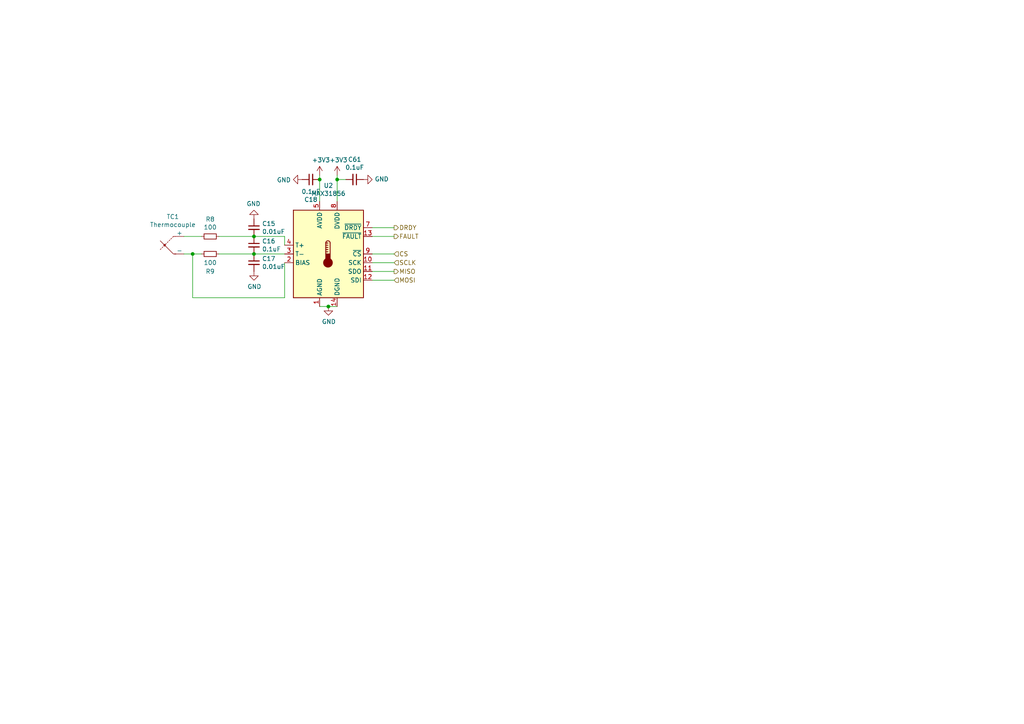
<source format=kicad_sch>
(kicad_sch (version 20230121) (generator eeschema)
  (paper "A4")
  (lib_symbols
    (symbol "Device:C_Small" (pin_numbers hide) (pin_names (offset 0.254) hide)
      (property "Reference" "C" (at 0.254 1.778 0))
      (property "Value" "C_Small" (at 0.254 -2.032 0))
      (symbol "C_Small_0_1"
        (polyline (pts (xy -1.524 -0.508) (xy 1.524 -0.508)) (stroke (width 0.3302)))
        (polyline (pts (xy -1.524 0.508) (xy 1.524 0.508)) (stroke (width 0.3048)))
      )
      (symbol "C_Small_1_1"
        (pin passive line (at 0 2.54 270) (length 2.032) (name "~") (number "1"))
        (pin passive line (at 0 -2.54 90) (length 2.032) (name "~") (number "2"))
      )
    )
    (symbol "Device:R_Small" (pin_numbers hide) (pin_names (offset 0.254) hide)
      (property "Reference" "R" (at 0.762 0.508 0))
      (property "Value" "R_Small" (at 0.762 -1.016 0))
      (symbol "R_Small_0_1"
        (rectangle (start -0.762 1.778) (end 0.762 -1.778) (stroke (width 0.2032)))
      )
      (symbol "R_Small_1_1"
        (pin passive line (at 0 2.54 270) (length 0.762) (name "~") (number "1"))
        (pin passive line (at 0 -2.54 90) (length 0.762) (name "~") (number "2"))
      )
    )
    (symbol "Device:Thermocouple" (pin_numbers hide) (pin_names (offset 0))
      (property "Reference" "TC" (at -3.048 3.81 0))
      (property "Value" "Thermocouple" (at -5.08 -4.064 0))
      (symbol "Thermocouple_0_1"
        (circle (center -3.048 0) (radius 0.254) (fill (type outline)))
        (polyline (pts (xy -4.064 -1.016) (xy -4.318 -1.27)))
        (polyline (pts (xy -3.556 -0.508) (xy -3.81 -0.762)))
        (polyline (pts (xy -3.048 0) (xy -3.302 -0.254)))
        (polyline (pts (xy -2.54 0.508) (xy -2.794 0.254)))
        (polyline (pts (xy -2.032 1.016) (xy -2.286 0.762)))
        (polyline (pts (xy -1.524 1.524) (xy -1.778 1.27)))
        (polyline (pts (xy -1.016 2.032) (xy -1.27 1.778)))
        (polyline (pts (xy -0.508 2.54) (xy -0.762 2.286)))
        (polyline (pts (xy 0 -2.54) (xy -0.254 -2.54)))
        (polyline (pts (xy 0 2.54) (xy -0.508 2.54)))
        (polyline (pts (xy 0.254 -2.54) (xy -0.508 -2.54) (xy -4.318 1.27)))
      )
      (symbol "Thermocouple_1_1"
        (pin passive line (at 2.54 2.54 180) (length 2.54) (name "+") (number "1"))
        (pin passive line (at 2.54 -2.54 180) (length 2.54) (name "-") (number "2"))
      )
    )
    (symbol "Sensor_Temperature:MAX31856"
      (property "Reference" "U" (at -7.62 13.97 0))
      (property "Value" "MAX31856" (at 13.97 13.97 0))
      (symbol "MAX31856_0_1"
        (rectangle (start -10.16 12.7) (end 10.16 -12.7) (stroke (width 0.254)) (fill (type background)))
        (circle (center -0.127 -2.54) (radius 1.27) (stroke (width 0.254)) (fill (type outline)))
        (polyline (pts (xy -0.762 0.635) (xy -0.127 0.635)) (stroke (width 0.254)))
        (polyline (pts (xy -0.762 1.27) (xy -0.127 1.27)) (stroke (width 0.254)))
        (polyline (pts (xy -0.762 1.905) (xy -0.127 1.905)) (stroke (width 0.254)))
        (polyline (pts (xy -0.762 2.54) (xy -0.127 2.54)) (stroke (width 0.254)))
        (polyline (pts (xy -0.762 3.175) (xy -0.762 0)) (stroke (width 0.254)))
        (polyline (pts (xy -0.762 3.175) (xy -0.127 3.175)) (stroke (width 0.254)))
        (polyline (pts (xy 0.508 3.175) (xy 0.508 0)) (stroke (width 0.254)))
        (rectangle (start 0.508 -1.905) (end -0.762 0) (stroke (width 0.254)) (fill (type outline)))
        (arc (start 0.508 3.175) (mid -0.127 3.8073) (end -0.762 3.175) (stroke (width 0.254)))
      )
      (symbol "MAX31856_1_1"
        (pin power_in line (at -2.54 -15.24 90) (length 2.54) (name "AGND") (number "1"))
        (pin input line (at 12.7 -2.54 180) (length 2.54) (name "SCK") (number "10"))
        (pin output line (at 12.7 -5.08 180) (length 2.54) (name "SDO") (number "11"))
        (pin input line (at 12.7 -7.62 180) (length 2.54) (name "SDI") (number "12"))
        (pin output line (at 12.7 5.08 180) (length 2.54) (name "~{FAULT}") (number "13"))
        (pin power_in line (at 2.54 -15.24 90) (length 2.54) (name "DGND") (number "14"))
        (pin input line (at -12.7 -2.54 0) (length 2.54) (name "BIAS") (number "2"))
        (pin input line (at -12.7 0 0) (length 2.54) (name "T-") (number "3"))
        (pin input line (at -12.7 2.54 0) (length 2.54) (name "T+") (number "4"))
        (pin power_in line (at -2.54 15.24 270) (length 2.54) (name "AVDD") (number "5"))
        (pin no_connect line (at -10.16 -7.62 0) (length 2.54) hide (name "DNC") (number "6"))
        (pin output line (at 12.7 7.62 180) (length 2.54) (name "~{DRDY}") (number "7"))
        (pin power_in line (at 2.54 15.24 270) (length 2.54) (name "DVDD") (number "8"))
        (pin input line (at 12.7 0 180) (length 2.54) (name "~{CS}") (number "9"))
      )
    )
    (symbol "analogue-cache:+3.3V" (power) (pin_names (offset 0))
      (property "Value" "+3.3V" (at 0 3.556 0))
      (symbol "+3.3V_0_1"
        (polyline (pts (xy -0.762 1.27) (xy 0 2.54)))
        (polyline (pts (xy 0 0) (xy 0 2.54)))
        (polyline (pts (xy 0 2.54) (xy 0.762 1.27)))
      )
      (symbol "+3.3V_1_1"
        (pin power_in line (at 0 0 90) (length 0) hide (name "+3V3") (number "1"))
      )
    )
    (symbol "power:GND" (power) (pin_names (offset 0))
      (property "Value" "GND" (at 0 -3.81 0))
      (symbol "GND_0_1"
        (polyline (pts (xy 0 0) (xy 0 -1.27) (xy 1.27 -1.27) (xy 0 -2.54) (xy -1.27 -1.27) (xy 0 -1.27)))
      )
      (symbol "GND_1_1"
        (pin power_in line (at 0 0 270) (length 0) hide (name "GND") (number "1"))
      )
    )
  )
  (junction (at 92.71 52.07))
  (junction (at 73.66 73.66))
  (junction (at 55.88 73.66))
  (junction (at 95.25 88.9))
  (junction (at 97.79 52.07))
  (junction (at 73.66 68.58))
  (wire (pts (xy 55.88 73.66) (xy 58.42 73.66)))
  (wire (pts (xy 73.66 73.66) (xy 82.55 73.66)))
  (wire (pts (xy 73.66 68.58) (xy 82.55 68.58)))
  (wire (pts (xy 53.34 73.66) (xy 55.88 73.66)))
  (wire (pts (xy 97.79 52.07) (xy 97.79 50.8)))
  (wire (pts (xy 97.79 88.9) (xy 95.25 88.9)))
  (wire (pts (xy 92.71 52.07) (xy 92.71 58.42)))
  (wire (pts (xy 63.5 73.66) (xy 73.66 73.66)))
  (wire (pts (xy 114.3 78.74) (xy 107.95 78.74)))
  (wire (pts (xy 92.71 52.07) (xy 92.71 50.8)))
  (wire (pts (xy 97.79 52.07) (xy 97.79 58.42)))
  (wire (pts (xy 114.3 81.28) (xy 107.95 81.28)))
  (wire (pts (xy 55.88 86.36) (xy 55.88 73.66)))
  (wire (pts (xy 82.55 76.2) (xy 82.55 86.36)))
  (wire (pts (xy 100.33 52.07) (xy 97.79 52.07)))
  (wire (pts (xy 58.42 68.58) (xy 53.34 68.58)))
  (wire (pts (xy 63.5 68.58) (xy 73.66 68.58)))
  (wire (pts (xy 107.95 68.58) (xy 114.3 68.58)))
  (wire (pts (xy 82.55 68.58) (xy 82.55 71.12)))
  (wire (pts (xy 82.55 86.36) (xy 55.88 86.36)))
  (wire (pts (xy 114.3 73.66) (xy 107.95 73.66)))
  (wire (pts (xy 107.95 76.2) (xy 114.3 76.2)))
  (wire (pts (xy 114.3 66.04) (xy 107.95 66.04)))
  (wire (pts (xy 92.71 88.9) (xy 95.25 88.9)))
  (hierarchical_label "MOSI" (shape input) (at 114.3 81.28 0))
  (hierarchical_label "MISO" (shape output) (at 114.3 78.74 0))
  (hierarchical_label "FAULT" (shape output) (at 114.3 68.58 0))
  (hierarchical_label "CS" (shape input) (at 114.3 73.66 0))
  (hierarchical_label "DRDY" (shape output) (at 114.3 66.04 0))
  (hierarchical_label "SCLK" (shape input) (at 114.3 76.2 0))
  (symbol (lib_id "Sensor_Temperature:MAX31856") (at 95.25 73.66 0) (unit 1)
    (property "Reference" "U2" (at 95.25 53.8226 0))
    (property "Value" "MAX31856" (at 95.25 56.134 0))
    (property "Footprint" "Package_SO:TSSOP-14_4.4x5mm_P0.65mm" (effects hide))
    (property "Datasheet" "https://datasheets.maximintegrated.com/en/ds/MAX31856.pdf" (effects hide))
    (instances (project "sensorboard" (path "" (reference "U2") (unit 1)) (path "" (reference "U3") (unit 1)) (path "" (reference "U5") (unit 1)) (path "" (reference "U4") (unit 1))))
  )
  (symbol (lib_id "power:GND") (at 95.25 88.9 0) (unit 1)
    (property "Reference" "#PWR029" (effects hide))
    (property "Value" "GND" (at 95.377 93.2942 0))
    (instances (project "sensorboard" (path "" (reference "#PWR029") (unit 1)) (path "" (reference "#PWR034") (unit 1)) (path "" (reference "#PWR044") (unit 1)) (path "" (reference "#PWR039") (unit 1))))
  )
  (symbol (lib_id "analogue-cache:+3.3V") (at 92.71 50.8 0) (unit 1)
    (property "Reference" "#PWR030" (effects hide))
    (property "Value" "+3.3V" (at 93.091 46.4058 0))
    (instances (project "sensorboard" (path "" (reference "#PWR030") (unit 1)) (path "" (reference "#PWR035") (unit 1)) (path "" (reference "#PWR045") (unit 1)) (path "" (reference "#PWR040") (unit 1))))
  )
  (symbol (lib_id "Device:C_Small") (at 90.17 52.07 90) (unit 1)
    (property "Reference" "C18" (at 90.17 57.8866 90))
    (property "Value" "0.1uF" (at 90.17 55.5752 90))
    (property "Footprint" "Capacitor_SMD:C_0402_1005Metric" (effects hide))
    (instances (project "sensorboard" (path "" (reference "C18") (unit 1)) (path "" (reference "C22") (unit 1)) (path "" (reference "C30") (unit 1)) (path "" (reference "C26") (unit 1))))
  )
  (symbol (lib_id "power:GND") (at 87.63 52.07 270) (unit 1)
    (property "Reference" "#PWR031" (effects hide))
    (property "Value" "GND" (at 84.3788 52.197 90) (effects (justify right)))
    (instances (project "sensorboard" (path "" (reference "#PWR031") (unit 1)) (path "" (reference "#PWR036") (unit 1)) (path "" (reference "#PWR046") (unit 1)) (path "" (reference "#PWR041") (unit 1))))
  )
  (symbol (lib_id "Device:Thermocouple") (at 50.8 71.12 0) (unit 1)
    (property "Reference" "TC1" (at 50.1142 62.865 0))
    (property "Value" "Thermocouple" (at 50.1142 65.1764 0))
    (property "Footprint" "TerminalBlock_TE-Connectivity:TerminalBlock_TE_282834-2_1x02_P2.54mm_Horizontal" (effects hide))
    (instances (project "sensorboard" (path "" (reference "TC1") (unit 1)) (path "" (reference "TC2") (unit 1)) (path "" (reference "TC4") (unit 1)) (path "" (reference "TC3") (unit 1))))
  )
  (symbol (lib_id "Device:R_Small") (at 60.96 68.58 270) (unit 1)
    (property "Reference" "R8" (at 60.96 63.6016 90))
    (property "Value" "100" (at 60.96 65.913 90))
    (property "Footprint" "Resistor_SMD:R_0402_1005Metric" (effects hide))
    (instances (project "sensorboard" (path "" (reference "R8") (unit 1)) (path "" (reference "R10") (unit 1)) (path "" (reference "R14") (unit 1)) (path "" (reference "R12") (unit 1))))
  )
  (symbol (lib_id "Device:R_Small") (at 60.96 73.66 90) (unit 1)
    (property "Reference" "R9" (at 60.96 78.74 90))
    (property "Value" "100" (at 60.96 76.2 90))
    (property "Footprint" "Resistor_SMD:R_0402_1005Metric" (effects hide))
    (instances (project "sensorboard" (path "" (reference "R9") (unit 1)) (path "" (reference "R11") (unit 1)) (path "" (reference "R15") (unit 1)) (path "" (reference "R13") (unit 1))))
  )
  (symbol (lib_id "Device:C_Small") (at 73.66 71.12 0) (unit 1)
    (property "Reference" "C16" (at 75.9968 69.9516 0) (effects (justify left)))
    (property "Value" "0.1uF" (at 75.9968 72.263 0) (effects (justify left)))
    (property "Footprint" "Capacitor_SMD:C_0402_1005Metric" (effects hide))
    (instances (project "sensorboard" (path "" (reference "C16") (unit 1)) (path "" (reference "C20") (unit 1)) (path "" (reference "C28") (unit 1)) (path "" (reference "C24") (unit 1))))
  )
  (symbol (lib_id "Device:C_Small") (at 73.66 66.04 0) (unit 1)
    (property "Reference" "C15" (at 75.9968 64.8716 0) (effects (justify left)))
    (property "Value" "0.01uF" (at 75.9968 67.183 0) (effects (justify left)))
    (property "Footprint" "Capacitor_SMD:C_0402_1005Metric" (effects hide))
    (instances (project "sensorboard" (path "" (reference "C15") (unit 1)) (path "" (reference "C19") (unit 1)) (path "" (reference "C27") (unit 1)) (path "" (reference "C23") (unit 1))))
  )
  (symbol (lib_id "Device:C_Small") (at 73.66 76.2 0) (unit 1)
    (property "Reference" "C17" (at 75.9968 75.0316 0) (effects (justify left)))
    (property "Value" "0.01uF" (at 75.9968 77.343 0) (effects (justify left)))
    (property "Footprint" "Capacitor_SMD:C_0402_1005Metric" (effects hide))
    (instances (project "sensorboard" (path "" (reference "C17") (unit 1)) (path "" (reference "C21") (unit 1)) (path "" (reference "C29") (unit 1)) (path "" (reference "C25") (unit 1))))
  )
  (symbol (lib_id "power:GND") (at 73.66 78.74 0) (unit 1)
    (property "Reference" "#PWR028" (effects hide))
    (property "Value" "GND" (at 73.787 83.1342 0))
    (instances (project "sensorboard" (path "" (reference "#PWR028") (unit 1)) (path "" (reference "#PWR033") (unit 1)) (path "" (reference "#PWR043") (unit 1)) (path "" (reference "#PWR038") (unit 1))))
  )
  (symbol (lib_id "power:GND") (at 73.66 63.5 180) (unit 1)
    (property "Reference" "#PWR027" (effects hide))
    (property "Value" "GND" (at 73.533 59.1058 0))
    (instances (project "sensorboard" (path "" (reference "#PWR027") (unit 1)) (path "" (reference "#PWR032") (unit 1)) (path "" (reference "#PWR042") (unit 1)) (path "" (reference "#PWR037") (unit 1))))
  )
  (symbol (lib_id "power:GND") (at 105.41 52.07 90) (unit 1)
    (property "Reference" "#PWR0172" (effects hide))
    (property "Value" "GND" (at 108.6612 51.943 90) (effects (justify right)))
    (instances (project "sensorboard" (path "" (reference "#PWR0172") (unit 1)) (path "" (reference "#PWR0174") (unit 1)) (path "" (reference "#PWR0178") (unit 1)) (path "" (reference "#PWR0176") (unit 1))))
  )
  (symbol (lib_id "analogue-cache:+3.3V") (at 97.79 50.8 0) (unit 1)
    (property "Reference" "#PWR0171" (effects hide))
    (property "Value" "+3.3V" (at 98.171 46.4058 0))
    (instances (project "sensorboard" (path "" (reference "#PWR0171") (unit 1)) (path "" (reference "#PWR0173") (unit 1)) (path "" (reference "#PWR0177") (unit 1)) (path "" (reference "#PWR0175") (unit 1))))
  )
  (symbol (lib_id "Device:C_Small") (at 102.87 52.07 270) (unit 1)
    (property "Reference" "C61" (at 102.87 46.2534 90))
    (property "Value" "0.1uF" (at 102.87 48.5648 90))
    (property "Footprint" "Capacitor_SMD:C_0402_1005Metric" (effects hide))
    (instances (project "sensorboard" (path "" (reference "C61") (unit 1)) (path "" (reference "C62") (unit 1)) (path "" (reference "C86") (unit 1)) (path "" (reference "C85") (unit 1))))
  )
)
</source>
